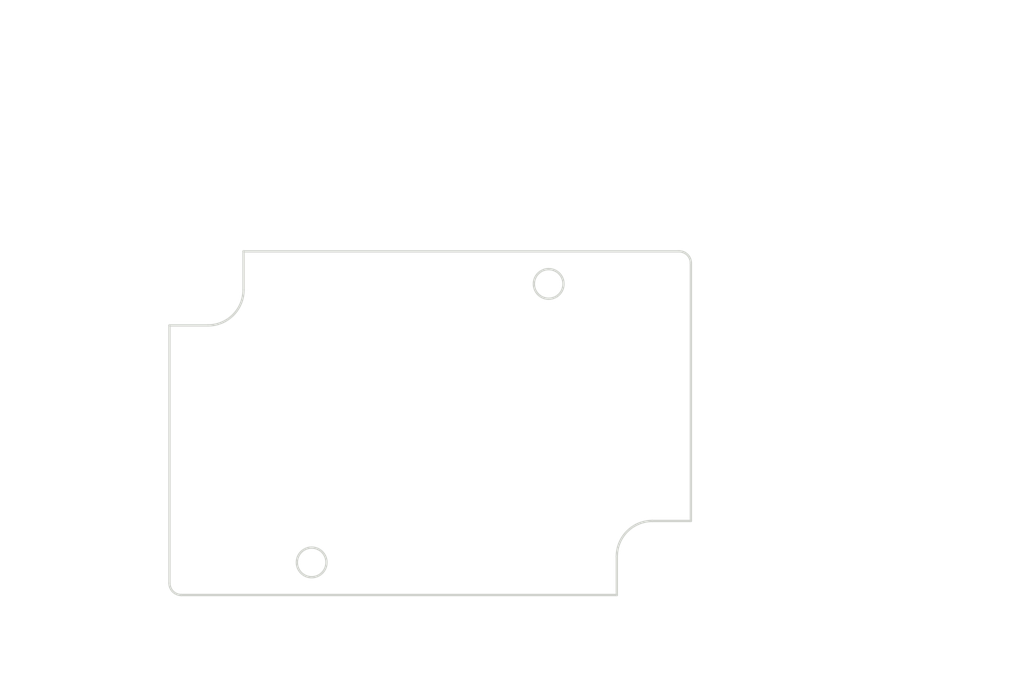
<source format=kicad_pcb>
(kicad_pcb (version 20171130) (host pcbnew "(5.1.0)-1")

  (general
    (thickness 1.6)
    (drawings 71)
    (tracks 0)
    (zones 0)
    (modules 0)
    (nets 1)
  )

  (page A4)
  (layers
    (0 F.Cu signal)
    (31 B.Cu signal)
    (32 B.Adhes user)
    (33 F.Adhes user)
    (34 B.Paste user)
    (35 F.Paste user)
    (36 B.SilkS user)
    (37 F.SilkS user)
    (38 B.Mask user)
    (39 F.Mask user)
    (40 Dwgs.User user)
    (41 Cmts.User user)
    (42 Eco1.User user)
    (43 Eco2.User user)
    (44 Edge.Cuts user)
    (45 Margin user)
    (46 B.CrtYd user)
    (47 F.CrtYd user)
    (48 B.Fab user)
    (49 F.Fab user)
  )

  (setup
    (last_trace_width 0.25)
    (trace_clearance 0.2)
    (zone_clearance 0.508)
    (zone_45_only no)
    (trace_min 0.2)
    (via_size 0.8)
    (via_drill 0.4)
    (via_min_size 0.4)
    (via_min_drill 0.3)
    (uvia_size 0.3)
    (uvia_drill 0.1)
    (uvias_allowed no)
    (uvia_min_size 0.2)
    (uvia_min_drill 0.1)
    (edge_width 0.05)
    (segment_width 0.2)
    (pcb_text_width 0.3)
    (pcb_text_size 1.5 1.5)
    (mod_edge_width 0.12)
    (mod_text_size 1 1)
    (mod_text_width 0.15)
    (pad_size 1.524 1.524)
    (pad_drill 0.762)
    (pad_to_mask_clearance 0.051)
    (solder_mask_min_width 0.25)
    (aux_axis_origin 0 0)
    (visible_elements FFFFFF7F)
    (pcbplotparams
      (layerselection 0x010fc_ffffffff)
      (usegerberextensions false)
      (usegerberattributes false)
      (usegerberadvancedattributes false)
      (creategerberjobfile false)
      (excludeedgelayer true)
      (linewidth 0.152400)
      (plotframeref false)
      (viasonmask false)
      (mode 1)
      (useauxorigin false)
      (hpglpennumber 1)
      (hpglpenspeed 20)
      (hpglpendiameter 15.000000)
      (psnegative false)
      (psa4output false)
      (plotreference true)
      (plotvalue true)
      (plotinvisibletext false)
      (padsonsilk false)
      (subtractmaskfromsilk false)
      (outputformat 1)
      (mirror false)
      (drillshape 1)
      (scaleselection 1)
      (outputdirectory ""))
  )

  (net 0 "")

  (net_class Default "This is the default net class."
    (clearance 0.2)
    (trace_width 0.25)
    (via_dia 0.8)
    (via_drill 0.4)
    (uvia_dia 0.3)
    (uvia_drill 0.1)
  )

  (gr_line (start 157.080012 113.852606) (end 120.330012 113.852606) (layer Edge.Cuts) (width 0.2))
  (gr_arc (start 120.330012 112.852606) (end 119.330012 112.852606) (angle -90) (layer Edge.Cuts) (width 0.2))
  (gr_line (start 119.330012 112.852606) (end 119.330012 91.102606) (layer Edge.Cuts) (width 0.2))
  (gr_line (start 119.330012 91.102606) (end 122.580012 91.102606) (layer Edge.Cuts) (width 0.2))
  (gr_arc (start 122.580012 88.102606) (end 122.580012 91.102606) (angle -90) (layer Edge.Cuts) (width 0.2))
  (gr_line (start 125.580012 88.102606) (end 125.580012 84.852606) (layer Edge.Cuts) (width 0.2))
  (gr_line (start 125.580012 84.852606) (end 162.330012 84.852606) (layer Edge.Cuts) (width 0.2))
  (gr_arc (start 162.330012 85.852606) (end 163.330012 85.852606) (angle -90) (layer Edge.Cuts) (width 0.2))
  (gr_line (start 163.330012 85.852606) (end 163.330012 107.602606) (layer Edge.Cuts) (width 0.2))
  (gr_line (start 163.330012 107.602606) (end 160.080012 107.602606) (layer Edge.Cuts) (width 0.2))
  (gr_arc (start 160.080012 110.602606) (end 160.080012 107.602606) (angle -90) (layer Edge.Cuts) (width 0.2))
  (gr_line (start 157.080012 110.602606) (end 157.080012 113.852606) (layer Edge.Cuts) (width 0.2))
  (gr_circle (center 151.330012 87.602606) (end 152.580012 87.602606) (layer Edge.Cuts) (width 0.2))
  (gr_circle (center 131.330012 111.102606) (end 132.580012 111.102606) (layer Edge.Cuts) (width 0.2))
  (gr_text [.90] (at 178.832546 98.117067) (layer Dwgs.User)
    (effects (font (size 1.7 1.53) (thickness 0.2125)))
  )
  (gr_text " 22.75" (at 178.832546 94.559632) (layer Dwgs.User)
    (effects (font (size 1.7 1.53) (thickness 0.2125)))
  )
  (gr_line (start 178.832546 105.602606) (end 178.832546 99.785041) (layer Dwgs.User) (width 0.2))
  (gr_line (start 178.832546 86.852606) (end 178.832546 92.670171) (layer Dwgs.User) (width 0.2))
  (gr_line (start 164.330012 107.602606) (end 182.007546 107.602606) (layer Dwgs.User) (width 0.2))
  (gr_line (start 163.330012 84.852606) (end 182.007546 84.852606) (layer Dwgs.User) (width 0.2))
  (gr_text [1.14] (at 187.426876 104.609128) (layer Dwgs.User)
    (effects (font (size 1.7 1.53) (thickness 0.2125)))
  )
  (gr_text " 29.00" (at 187.426876 101.051692) (layer Dwgs.User)
    (effects (font (size 1.7 1.53) (thickness 0.2125)))
  )
  (gr_line (start 187.426876 111.852606) (end 187.426876 106.277102) (layer Dwgs.User) (width 0.2))
  (gr_line (start 187.426876 86.852606) (end 187.426876 99.162231) (layer Dwgs.User) (width 0.2))
  (gr_line (start 158.080012 113.852606) (end 190.601876 113.852606) (layer Dwgs.User) (width 0.2))
  (gr_line (start 163.330012 84.852606) (end 190.601876 84.852606) (layer Dwgs.User) (width 0.2))
  (gr_text [R0.04] (at 109.530172 117.243899) (layer Dwgs.User)
    (effects (font (size 1.7 1.53) (thickness 0.2125)))
  )
  (gr_text " R1.00" (at 109.530172 113.686464) (layer Dwgs.User)
    (effects (font (size 1.7 1.53) (thickness 0.2125)))
  )
  (gr_line (start 116.000943 115.354438) (end 117.732571 114.353705) (layer Dwgs.User) (width 0.2))
  (gr_line (start 114.000943 115.354438) (end 116.000943 115.354438) (layer Dwgs.User) (width 0.2))
  (gr_text [R0.12] (at 134.699167 94.126769) (layer Dwgs.User)
    (effects (font (size 1.7 1.53) (thickness 0.2125)))
  )
  (gr_text " R3.00" (at 134.699167 90.568754) (layer Dwgs.User)
    (effects (font (size 1.7 1.53) (thickness 0.2125)))
  )
  (gr_line (start 128.228396 92.237308) (end 126.614572 91.055964) (layer Dwgs.User) (width 0.2))
  (gr_line (start 130.228396 92.237308) (end 128.228396 92.237308) (layer Dwgs.User) (width 0.2))
  (gr_text [.11] (at 168.637144 97.4644) (layer Dwgs.User)
    (effects (font (size 1.7 1.53) (thickness 0.2125)))
  )
  (gr_text " 2.75" (at 168.637144 93.906964) (layer Dwgs.User)
    (effects (font (size 1.7 1.53) (thickness 0.2125)))
  )
  (gr_line (start 174.030629 95.574939) (end 172.030629 95.574939) (layer Dwgs.User) (width 0.2))
  (gr_line (start 174.030629 89.602606) (end 174.030629 95.574939) (layer Dwgs.User) (width 0.2))
  (gr_line (start 174.030629 82.852606) (end 174.030629 80.852606) (layer Dwgs.User) (width 0.2))
  (gr_line (start 152.330012 87.602606) (end 177.205629 87.602606) (layer Dwgs.User) (width 0.2))
  (gr_line (start 163.330012 84.852606) (end 177.205629 84.852606) (layer Dwgs.User) (width 0.2))
  (gr_text [.47] (at 145.285401 82.618197) (layer Dwgs.User)
    (effects (font (size 1.7 1.53) (thickness 0.2125)))
  )
  (gr_text " 12.00" (at 145.285401 79.064241) (layer Dwgs.User)
    (effects (font (size 1.7 1.53) (thickness 0.2125)))
  )
  (gr_line (start 151.330012 80.732215) (end 149.330012 80.732215) (layer Dwgs.User) (width 0.2))
  (gr_line (start 161.330012 80.732215) (end 153.330012 80.732215) (layer Dwgs.User) (width 0.2))
  (gr_line (start 151.330012 86.602606) (end 151.330012 77.557215) (layer Dwgs.User) (width 0.2))
  (gr_line (start 163.330012 84.852606) (end 163.330012 77.557215) (layer Dwgs.User) (width 0.2))
  (gr_text [.79] (at 138.830012 120.667066) (layer Dwgs.User)
    (effects (font (size 1.7 1.53) (thickness 0.2125)))
  )
  (gr_text " 20.00" (at 138.830012 117.109631) (layer Dwgs.User)
    (effects (font (size 1.7 1.53) (thickness 0.2125)))
  )
  (gr_line (start 133.330012 118.777605) (end 134.785401 118.777605) (layer Dwgs.User) (width 0.2))
  (gr_line (start 149.330012 118.777605) (end 142.874623 118.777605) (layer Dwgs.User) (width 0.2))
  (gr_line (start 131.330012 112.102606) (end 131.330012 121.952605) (layer Dwgs.User) (width 0.2))
  (gr_line (start 151.330012 88.602606) (end 151.330012 121.952605) (layer Dwgs.User) (width 0.2))
  (gr_text [.93] (at 109.380697 101.242067) (layer Dwgs.User)
    (effects (font (size 1.7 1.53) (thickness 0.2125)))
  )
  (gr_text " 23.50" (at 109.380697 97.684052) (layer Dwgs.User)
    (effects (font (size 1.7 1.53) (thickness 0.2125)))
  )
  (gr_line (start 109.380697 109.102606) (end 109.380697 102.910621) (layer Dwgs.User) (width 0.2))
  (gr_line (start 109.380697 89.602606) (end 109.380697 95.794591) (layer Dwgs.User) (width 0.2))
  (gr_line (start 130.330012 111.102606) (end 106.205697 111.102606) (layer Dwgs.User) (width 0.2))
  (gr_line (start 150.330012 87.602606) (end 106.205697 87.602606) (layer Dwgs.User) (width 0.2))
  (gr_text [1.49] (at 144.705012 75.011712) (layer Dwgs.User)
    (effects (font (size 1.7 1.53) (thickness 0.2125)))
  )
  (gr_text " 37.75" (at 144.705012 71.453697) (layer Dwgs.User)
    (effects (font (size 1.7 1.53) (thickness 0.2125)))
  )
  (gr_line (start 161.330012 73.122251) (end 148.7589 73.122251) (layer Dwgs.User) (width 0.2))
  (gr_line (start 127.580012 73.122251) (end 140.651124 73.122251) (layer Dwgs.User) (width 0.2))
  (gr_line (start 163.330012 84.852606) (end 163.330012 69.947251) (layer Dwgs.User) (width 0.2))
  (gr_line (start 125.580012 83.852606) (end 125.580012 69.947251) (layer Dwgs.User) (width 0.2))
  (gr_text [1.73] (at 141.080012 68.807566) (layer Dwgs.User)
    (effects (font (size 1.7 1.53) (thickness 0.2125)))
  )
  (gr_text " 44.00" (at 141.080012 65.25013) (layer Dwgs.User)
    (effects (font (size 1.7 1.53) (thickness 0.2125)))
  )
  (gr_line (start 121.330012 66.918104) (end 137.035401 66.918104) (layer Dwgs.User) (width 0.2))
  (gr_line (start 161.330012 66.918104) (end 145.124623 66.918104) (layer Dwgs.User) (width 0.2))
  (gr_line (start 119.330012 90.102606) (end 119.330012 63.743104) (layer Dwgs.User) (width 0.2))
  (gr_line (start 163.330012 84.852606) (end 163.330012 63.743104) (layer Dwgs.User) (width 0.2))

)

</source>
